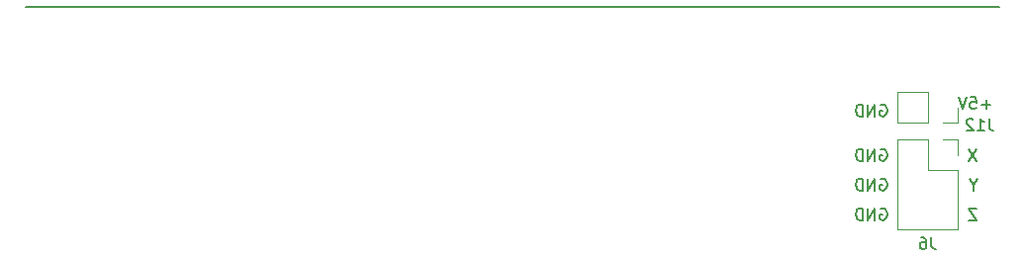
<source format=gbr>
%TF.GenerationSoftware,KiCad,Pcbnew,7.0.7*%
%TF.CreationDate,2023-11-02T14:39:43+09:00*%
%TF.ProjectId,tangnano20k-vectrex,74616e67-6e61-46e6-9f32-306b2d766563,rev?*%
%TF.SameCoordinates,Original*%
%TF.FileFunction,Legend,Bot*%
%TF.FilePolarity,Positive*%
%FSLAX46Y46*%
G04 Gerber Fmt 4.6, Leading zero omitted, Abs format (unit mm)*
G04 Created by KiCad (PCBNEW 7.0.7) date 2023-11-02 14:39:43*
%MOMM*%
%LPD*%
G01*
G04 APERTURE LIST*
%ADD10C,0.150000*%
%ADD11C,0.120000*%
G04 APERTURE END LIST*
D10*
X83566000Y-45720000D02*
X254000Y-45720000D01*
X73434411Y-60512438D02*
X73529649Y-60464819D01*
X73529649Y-60464819D02*
X73672506Y-60464819D01*
X73672506Y-60464819D02*
X73815363Y-60512438D01*
X73815363Y-60512438D02*
X73910601Y-60607676D01*
X73910601Y-60607676D02*
X73958220Y-60702914D01*
X73958220Y-60702914D02*
X74005839Y-60893390D01*
X74005839Y-60893390D02*
X74005839Y-61036247D01*
X74005839Y-61036247D02*
X73958220Y-61226723D01*
X73958220Y-61226723D02*
X73910601Y-61321961D01*
X73910601Y-61321961D02*
X73815363Y-61417200D01*
X73815363Y-61417200D02*
X73672506Y-61464819D01*
X73672506Y-61464819D02*
X73577268Y-61464819D01*
X73577268Y-61464819D02*
X73434411Y-61417200D01*
X73434411Y-61417200D02*
X73386792Y-61369580D01*
X73386792Y-61369580D02*
X73386792Y-61036247D01*
X73386792Y-61036247D02*
X73577268Y-61036247D01*
X72958220Y-61464819D02*
X72958220Y-60464819D01*
X72958220Y-60464819D02*
X72386792Y-61464819D01*
X72386792Y-61464819D02*
X72386792Y-60464819D01*
X71910601Y-61464819D02*
X71910601Y-60464819D01*
X71910601Y-60464819D02*
X71672506Y-60464819D01*
X71672506Y-60464819D02*
X71529649Y-60512438D01*
X71529649Y-60512438D02*
X71434411Y-60607676D01*
X71434411Y-60607676D02*
X71386792Y-60702914D01*
X71386792Y-60702914D02*
X71339173Y-60893390D01*
X71339173Y-60893390D02*
X71339173Y-61036247D01*
X71339173Y-61036247D02*
X71386792Y-61226723D01*
X71386792Y-61226723D02*
X71434411Y-61321961D01*
X71434411Y-61321961D02*
X71529649Y-61417200D01*
X71529649Y-61417200D02*
X71672506Y-61464819D01*
X71672506Y-61464819D02*
X71910601Y-61464819D01*
X73434411Y-57972438D02*
X73529649Y-57924819D01*
X73529649Y-57924819D02*
X73672506Y-57924819D01*
X73672506Y-57924819D02*
X73815363Y-57972438D01*
X73815363Y-57972438D02*
X73910601Y-58067676D01*
X73910601Y-58067676D02*
X73958220Y-58162914D01*
X73958220Y-58162914D02*
X74005839Y-58353390D01*
X74005839Y-58353390D02*
X74005839Y-58496247D01*
X74005839Y-58496247D02*
X73958220Y-58686723D01*
X73958220Y-58686723D02*
X73910601Y-58781961D01*
X73910601Y-58781961D02*
X73815363Y-58877200D01*
X73815363Y-58877200D02*
X73672506Y-58924819D01*
X73672506Y-58924819D02*
X73577268Y-58924819D01*
X73577268Y-58924819D02*
X73434411Y-58877200D01*
X73434411Y-58877200D02*
X73386792Y-58829580D01*
X73386792Y-58829580D02*
X73386792Y-58496247D01*
X73386792Y-58496247D02*
X73577268Y-58496247D01*
X72958220Y-58924819D02*
X72958220Y-57924819D01*
X72958220Y-57924819D02*
X72386792Y-58924819D01*
X72386792Y-58924819D02*
X72386792Y-57924819D01*
X71910601Y-58924819D02*
X71910601Y-57924819D01*
X71910601Y-57924819D02*
X71672506Y-57924819D01*
X71672506Y-57924819D02*
X71529649Y-57972438D01*
X71529649Y-57972438D02*
X71434411Y-58067676D01*
X71434411Y-58067676D02*
X71386792Y-58162914D01*
X71386792Y-58162914D02*
X71339173Y-58353390D01*
X71339173Y-58353390D02*
X71339173Y-58496247D01*
X71339173Y-58496247D02*
X71386792Y-58686723D01*
X71386792Y-58686723D02*
X71434411Y-58781961D01*
X71434411Y-58781961D02*
X71529649Y-58877200D01*
X71529649Y-58877200D02*
X71672506Y-58924819D01*
X71672506Y-58924819D02*
X71910601Y-58924819D01*
X81673458Y-57924819D02*
X81006792Y-58924819D01*
X81006792Y-57924819D02*
X81673458Y-58924819D01*
X81673458Y-63004819D02*
X81006792Y-63004819D01*
X81006792Y-63004819D02*
X81673458Y-64004819D01*
X81673458Y-64004819D02*
X81006792Y-64004819D01*
X73434411Y-54162438D02*
X73529649Y-54114819D01*
X73529649Y-54114819D02*
X73672506Y-54114819D01*
X73672506Y-54114819D02*
X73815363Y-54162438D01*
X73815363Y-54162438D02*
X73910601Y-54257676D01*
X73910601Y-54257676D02*
X73958220Y-54352914D01*
X73958220Y-54352914D02*
X74005839Y-54543390D01*
X74005839Y-54543390D02*
X74005839Y-54686247D01*
X74005839Y-54686247D02*
X73958220Y-54876723D01*
X73958220Y-54876723D02*
X73910601Y-54971961D01*
X73910601Y-54971961D02*
X73815363Y-55067200D01*
X73815363Y-55067200D02*
X73672506Y-55114819D01*
X73672506Y-55114819D02*
X73577268Y-55114819D01*
X73577268Y-55114819D02*
X73434411Y-55067200D01*
X73434411Y-55067200D02*
X73386792Y-55019580D01*
X73386792Y-55019580D02*
X73386792Y-54686247D01*
X73386792Y-54686247D02*
X73577268Y-54686247D01*
X72958220Y-55114819D02*
X72958220Y-54114819D01*
X72958220Y-54114819D02*
X72386792Y-55114819D01*
X72386792Y-55114819D02*
X72386792Y-54114819D01*
X71910601Y-55114819D02*
X71910601Y-54114819D01*
X71910601Y-54114819D02*
X71672506Y-54114819D01*
X71672506Y-54114819D02*
X71529649Y-54162438D01*
X71529649Y-54162438D02*
X71434411Y-54257676D01*
X71434411Y-54257676D02*
X71386792Y-54352914D01*
X71386792Y-54352914D02*
X71339173Y-54543390D01*
X71339173Y-54543390D02*
X71339173Y-54686247D01*
X71339173Y-54686247D02*
X71386792Y-54876723D01*
X71386792Y-54876723D02*
X71434411Y-54971961D01*
X71434411Y-54971961D02*
X71529649Y-55067200D01*
X71529649Y-55067200D02*
X71672506Y-55114819D01*
X71672506Y-55114819D02*
X71910601Y-55114819D01*
X73434411Y-63052438D02*
X73529649Y-63004819D01*
X73529649Y-63004819D02*
X73672506Y-63004819D01*
X73672506Y-63004819D02*
X73815363Y-63052438D01*
X73815363Y-63052438D02*
X73910601Y-63147676D01*
X73910601Y-63147676D02*
X73958220Y-63242914D01*
X73958220Y-63242914D02*
X74005839Y-63433390D01*
X74005839Y-63433390D02*
X74005839Y-63576247D01*
X74005839Y-63576247D02*
X73958220Y-63766723D01*
X73958220Y-63766723D02*
X73910601Y-63861961D01*
X73910601Y-63861961D02*
X73815363Y-63957200D01*
X73815363Y-63957200D02*
X73672506Y-64004819D01*
X73672506Y-64004819D02*
X73577268Y-64004819D01*
X73577268Y-64004819D02*
X73434411Y-63957200D01*
X73434411Y-63957200D02*
X73386792Y-63909580D01*
X73386792Y-63909580D02*
X73386792Y-63576247D01*
X73386792Y-63576247D02*
X73577268Y-63576247D01*
X72958220Y-64004819D02*
X72958220Y-63004819D01*
X72958220Y-63004819D02*
X72386792Y-64004819D01*
X72386792Y-64004819D02*
X72386792Y-63004819D01*
X71910601Y-64004819D02*
X71910601Y-63004819D01*
X71910601Y-63004819D02*
X71672506Y-63004819D01*
X71672506Y-63004819D02*
X71529649Y-63052438D01*
X71529649Y-63052438D02*
X71434411Y-63147676D01*
X71434411Y-63147676D02*
X71386792Y-63242914D01*
X71386792Y-63242914D02*
X71339173Y-63433390D01*
X71339173Y-63433390D02*
X71339173Y-63576247D01*
X71339173Y-63576247D02*
X71386792Y-63766723D01*
X71386792Y-63766723D02*
X71434411Y-63861961D01*
X71434411Y-63861961D02*
X71529649Y-63957200D01*
X71529649Y-63957200D02*
X71672506Y-64004819D01*
X71672506Y-64004819D02*
X71910601Y-64004819D01*
X82848220Y-54098866D02*
X82086316Y-54098866D01*
X82467268Y-54479819D02*
X82467268Y-53717914D01*
X81133935Y-53479819D02*
X81610125Y-53479819D01*
X81610125Y-53479819D02*
X81657744Y-53956009D01*
X81657744Y-53956009D02*
X81610125Y-53908390D01*
X81610125Y-53908390D02*
X81514887Y-53860771D01*
X81514887Y-53860771D02*
X81276792Y-53860771D01*
X81276792Y-53860771D02*
X81181554Y-53908390D01*
X81181554Y-53908390D02*
X81133935Y-53956009D01*
X81133935Y-53956009D02*
X81086316Y-54051247D01*
X81086316Y-54051247D02*
X81086316Y-54289342D01*
X81086316Y-54289342D02*
X81133935Y-54384580D01*
X81133935Y-54384580D02*
X81181554Y-54432200D01*
X81181554Y-54432200D02*
X81276792Y-54479819D01*
X81276792Y-54479819D02*
X81514887Y-54479819D01*
X81514887Y-54479819D02*
X81610125Y-54432200D01*
X81610125Y-54432200D02*
X81657744Y-54384580D01*
X80800601Y-53479819D02*
X80467268Y-54479819D01*
X80467268Y-54479819D02*
X80133935Y-53479819D01*
X81387744Y-60988628D02*
X81387744Y-61464819D01*
X81721077Y-60464819D02*
X81387744Y-60988628D01*
X81387744Y-60988628D02*
X81054411Y-60464819D01*
X82724523Y-55334819D02*
X82724523Y-56049104D01*
X82724523Y-56049104D02*
X82772142Y-56191961D01*
X82772142Y-56191961D02*
X82867380Y-56287200D01*
X82867380Y-56287200D02*
X83010237Y-56334819D01*
X83010237Y-56334819D02*
X83105475Y-56334819D01*
X81724523Y-56334819D02*
X82295951Y-56334819D01*
X82010237Y-56334819D02*
X82010237Y-55334819D01*
X82010237Y-55334819D02*
X82105475Y-55477676D01*
X82105475Y-55477676D02*
X82200713Y-55572914D01*
X82200713Y-55572914D02*
X82295951Y-55620533D01*
X81343570Y-55430057D02*
X81295951Y-55382438D01*
X81295951Y-55382438D02*
X81200713Y-55334819D01*
X81200713Y-55334819D02*
X80962618Y-55334819D01*
X80962618Y-55334819D02*
X80867380Y-55382438D01*
X80867380Y-55382438D02*
X80819761Y-55430057D01*
X80819761Y-55430057D02*
X80772142Y-55525295D01*
X80772142Y-55525295D02*
X80772142Y-55620533D01*
X80772142Y-55620533D02*
X80819761Y-55763390D01*
X80819761Y-55763390D02*
X81391189Y-56334819D01*
X81391189Y-56334819D02*
X80772142Y-56334819D01*
X77803333Y-65494819D02*
X77803333Y-66209104D01*
X77803333Y-66209104D02*
X77850952Y-66351961D01*
X77850952Y-66351961D02*
X77946190Y-66447200D01*
X77946190Y-66447200D02*
X78089047Y-66494819D01*
X78089047Y-66494819D02*
X78184285Y-66494819D01*
X76898571Y-65494819D02*
X77089047Y-65494819D01*
X77089047Y-65494819D02*
X77184285Y-65542438D01*
X77184285Y-65542438D02*
X77231904Y-65590057D01*
X77231904Y-65590057D02*
X77327142Y-65732914D01*
X77327142Y-65732914D02*
X77374761Y-65923390D01*
X77374761Y-65923390D02*
X77374761Y-66304342D01*
X77374761Y-66304342D02*
X77327142Y-66399580D01*
X77327142Y-66399580D02*
X77279523Y-66447200D01*
X77279523Y-66447200D02*
X77184285Y-66494819D01*
X77184285Y-66494819D02*
X76993809Y-66494819D01*
X76993809Y-66494819D02*
X76898571Y-66447200D01*
X76898571Y-66447200D02*
X76850952Y-66399580D01*
X76850952Y-66399580D02*
X76803333Y-66304342D01*
X76803333Y-66304342D02*
X76803333Y-66066247D01*
X76803333Y-66066247D02*
X76850952Y-65971009D01*
X76850952Y-65971009D02*
X76898571Y-65923390D01*
X76898571Y-65923390D02*
X76993809Y-65875771D01*
X76993809Y-65875771D02*
X77184285Y-65875771D01*
X77184285Y-65875771D02*
X77279523Y-65923390D01*
X77279523Y-65923390D02*
X77327142Y-65971009D01*
X77327142Y-65971009D02*
X77374761Y-66066247D01*
D11*
%TO.C,J12*%
X74870000Y-55686000D02*
X74870000Y-53026000D01*
X77470000Y-55686000D02*
X74870000Y-55686000D01*
X77470000Y-55686000D02*
X77470000Y-53026000D01*
X78740000Y-55686000D02*
X80070000Y-55686000D01*
X80070000Y-55686000D02*
X80070000Y-54356000D01*
X77470000Y-53026000D02*
X74870000Y-53026000D01*
%TO.C,J6*%
X80070000Y-64830000D02*
X74870000Y-64830000D01*
X80070000Y-59690000D02*
X80070000Y-64830000D01*
X80070000Y-59690000D02*
X77470000Y-59690000D01*
X80070000Y-58420000D02*
X80070000Y-57090000D01*
X80070000Y-57090000D02*
X78740000Y-57090000D01*
X77470000Y-59690000D02*
X77470000Y-57090000D01*
X77470000Y-57090000D02*
X74870000Y-57090000D01*
X74870000Y-57090000D02*
X74870000Y-64830000D01*
%TD*%
M02*

</source>
